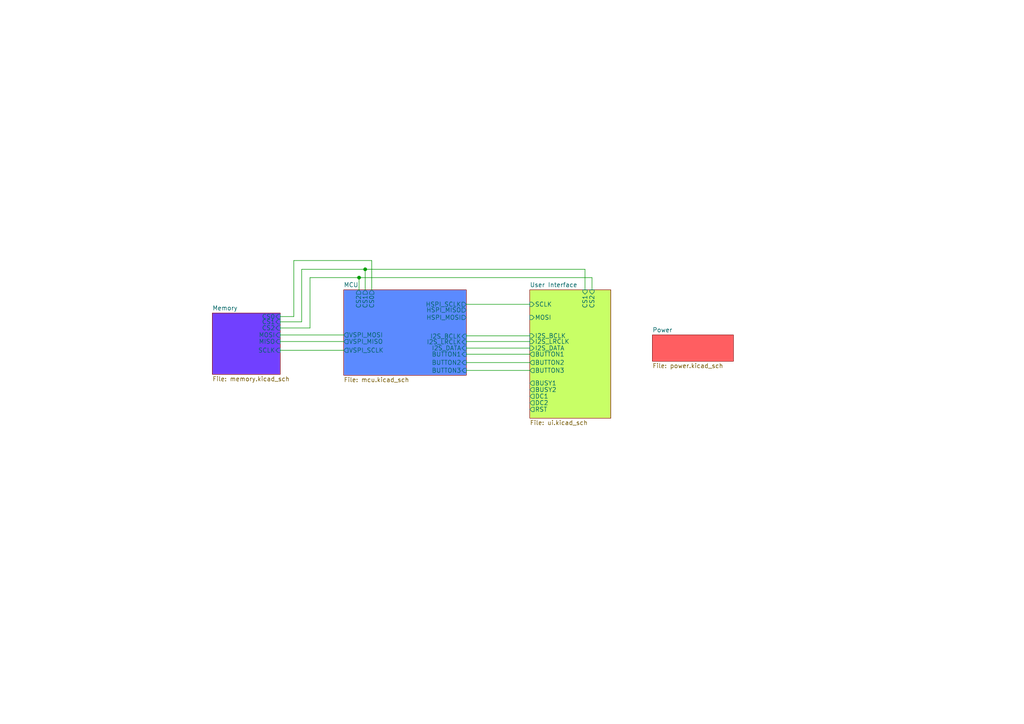
<source format=kicad_sch>
(kicad_sch (version 20230121) (generator eeschema)
  (paper "A4")
  (lib_symbols)
  (junction (at 104.14 80.518))
  (junction (at 105.918 78.105))
  (wire (pts (xy 135.255 97.409) (xy 153.67 97.409)))
  (wire (pts (xy 104.14 84.074) (xy 104.013 84.074)))
  (wire (pts (xy 85.217 91.821) (xy 81.28 91.821)))
  (wire (pts (xy 135.255 107.442) (xy 153.67 107.442)))
  (wire (pts (xy 89.916 80.518) (xy 89.916 95.123)))
  (wire (pts (xy 81.28 101.6) (xy 99.695 101.6)))
  (wire (pts (xy 105.918 78.105) (xy 105.918 84.074)))
  (wire (pts (xy 104.14 80.518) (xy 104.14 84.074)))
  (wire (pts (xy 135.255 99.06) (xy 135.255 99.187)))
  (wire (pts (xy 87.503 93.345) (xy 81.28 93.345)))
  (wire (pts (xy 107.823 75.565) (xy 107.823 84.074)))
  (wire (pts (xy 81.28 97.155) (xy 99.695 97.155)))
  (wire (pts (xy 135.255 99.06) (xy 153.67 99.06)))
  (wire (pts (xy 104.14 80.518) (xy 89.916 80.518)))
  (wire (pts (xy 169.672 84.074) (xy 169.672 78.105)))
  (wire (pts (xy 89.916 95.123) (xy 81.28 95.123)))
  (wire (pts (xy 85.217 75.565) (xy 85.217 91.821)))
  (wire (pts (xy 169.672 78.105) (xy 105.918 78.105)))
  (wire (pts (xy 81.28 99.06) (xy 99.695 99.06)))
  (wire (pts (xy 135.255 100.965) (xy 153.67 100.965)))
  (wire (pts (xy 87.503 78.105) (xy 87.503 93.345)))
  (wire (pts (xy 105.918 78.105) (xy 87.503 78.105)))
  (wire (pts (xy 135.255 102.743) (xy 153.67 102.743)))
  (wire (pts (xy 107.823 75.565) (xy 85.217 75.565)))
  (wire (pts (xy 171.704 84.074) (xy 171.704 80.518)))
  (wire (pts (xy 135.255 97.409) (xy 135.255 97.536)))
  (wire (pts (xy 135.255 105.156) (xy 153.67 105.156)))
  (wire (pts (xy 135.255 88.265) (xy 153.67 88.265)))
  (wire (pts (xy 171.704 80.518) (xy 104.14 80.518)))
  (sheet (at 153.67 84.074) (size 23.495 37.211) (stroke (width 0.1524)) (fill (color 200 255 102 1.0000))
    (property "Sheetname" "User Interface" (at 153.67 83.3624 0) (effects (justify left bottom)))
    (property "Sheetfile" "ui.kicad_sch" (at 153.67 121.8696 0) (effects (justify left top)))
    (pin "BUTTON1" output (at 153.67 102.743 180))
    (pin "BUTTON2" output (at 153.67 105.156 180))
    (pin "BUTTON3" output (at 153.67 107.442 180))
    (pin "SCLK" input (at 153.67 88.265 180))
    (pin "MOSI" input (at 153.67 92.075 180))
    (pin "CS1" input (at 169.672 84.074 90))
    (pin "CS2" input (at 171.704 84.074 90))
    (pin "BUSY1" output (at 153.67 111.125 180))
    (pin "DC2" output (at 153.67 116.84 180))
    (pin "BUSY2" output (at 153.67 113.03 180))
    (pin "DC1" output (at 153.67 114.935 180))
    (pin "RST" output (at 153.67 118.745 180))
    (pin "I2S_LRCLK" input (at 153.67 99.06 180))
    (pin "I2S_BCLK" input (at 153.67 97.409 180))
    (pin "I2S_DATA" input (at 153.67 100.965 180))
  )
  (sheet (at 61.595 90.805) (size 19.685 17.78) (stroke (width 0.1524)) (fill (color 113 64 255 1.0000))
    (property "Sheetname" "Memory" (at 61.595 90.0934 0) (effects (justify left bottom)))
    (property "Sheetfile" "memory.kicad_sch" (at 61.595 109.1696 0) (effects (justify left top)))
    (pin "MISO" input (at 81.28 99.06 0))
    (pin "CS1" input (at 81.28 93.345 0))
    (pin "CS2" input (at 81.28 95.123 0))
    (pin "MOSI" input (at 81.28 97.155 0))
    (pin "SCLK" input (at 81.28 101.6 0))
    (pin "CS0" input (at 81.28 91.821 0))
  )
  (sheet (at 189.23 97.155) (size 23.495 7.62) (stroke (width 0.1524)) (fill (color 255 94 97 1.0000))
    (property "Sheetname" "Power" (at 189.23 96.4434 0) (effects (justify left bottom)))
    (property "Sheetfile" "power.kicad_sch" (at 189.23 105.3596 0) (effects (justify left top)))
  )
  (sheet (at 99.695 84.074) (size 35.56 24.765) (stroke (width 0.1524)) (fill (color 91 138 255 1.0000))
    (property "Sheetname" "MCU" (at 99.695 83.3624 0) (effects (justify left bottom)))
    (property "Sheetfile" "mcu.kicad_sch" (at 99.695 109.4236 0) (effects (justify left top)))
    (pin "BUTTON1" input (at 135.255 102.743 0))
    (pin "BUTTON2" input (at 135.255 105.156 0))
    (pin "VSPI_MOSI" output (at 99.695 97.155 180))
    (pin "VSPI_SCLK" output (at 99.695 101.6 180))
    (pin "VSPI_MISO" output (at 99.695 99.06 180))
    (pin "BUTTON3" input (at 135.255 107.442 0))
    (pin "HSPI_SCLK" output (at 135.255 88.265 0))
    (pin "HSPI_MOSI" output (at 135.255 92.075 0))
    (pin "HSPI_MISO" output (at 135.255 89.916 0))
    (pin "I2S_BCLK" input (at 135.255 97.536 0))
    (pin "I2S_LRCLK" input (at 135.255 99.187 0))
    (pin "I2S_DATA" input (at 135.255 100.965 0))
    (pin "CS2" output (at 104.013 84.074 90))
    (pin "CS1" output (at 105.918 84.074 90))
    (pin "CS0" output (at 107.823 84.074 90))
  )
)
</source>
